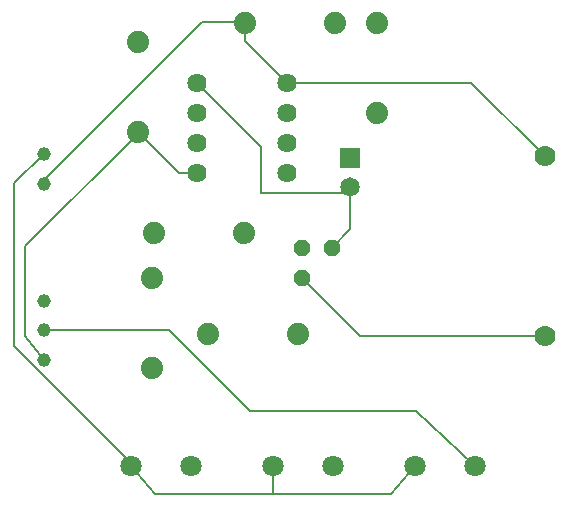
<source format=gbr>
G04 EAGLE Gerber RS-274X export*
G75*
%MOMM*%
%FSLAX34Y34*%
%LPD*%
%INBottom Copper*%
%IPPOS*%
%AMOC8*
5,1,8,0,0,1.08239X$1,22.5*%
G01*
G04 Define Apertures*
%ADD10R,1.651000X1.651000*%
%ADD11C,1.651000*%
%ADD12C,1.625600*%
%ADD13C,1.148000*%
%ADD14P,1.42962X8X202.5*%
%ADD15C,1.879600*%
%ADD16C,1.778000*%
%ADD17C,1.800000*%
%ADD18C,0.152400*%
D10*
X294800Y304600D03*
D11*
X294800Y279600D03*
D12*
X165100Y368300D03*
X165100Y342900D03*
X241300Y342900D03*
X241300Y368300D03*
X165100Y317500D03*
X165100Y292100D03*
X241300Y317500D03*
X241300Y292100D03*
D13*
X36000Y133600D03*
X36000Y158600D03*
X36000Y183600D03*
X36000Y307500D03*
X36000Y282500D03*
D14*
X279400Y228600D03*
X254000Y228600D03*
X254000Y203200D03*
D15*
X205900Y419100D03*
X282100Y419100D03*
X317500Y342900D03*
X317500Y419100D03*
X115700Y402500D03*
X115700Y326300D03*
X127000Y203200D03*
X127000Y127000D03*
X128900Y241300D03*
X205100Y241300D03*
X175100Y155100D03*
X251300Y155100D03*
D16*
X460000Y306000D03*
X460000Y154000D03*
D17*
X110000Y44000D03*
X160800Y44000D03*
X230000Y44000D03*
X280800Y44000D03*
X350000Y44000D03*
X400800Y44000D03*
D18*
X294800Y244000D02*
X294800Y279600D01*
X294800Y244000D02*
X279400Y228600D01*
X220000Y313400D02*
X165100Y368300D01*
X220000Y313400D02*
X220000Y275000D01*
X290200Y275000D01*
X294800Y279600D01*
X110000Y45922D02*
X110000Y44000D01*
X110000Y45922D02*
X10922Y145000D01*
X110000Y44000D02*
X130000Y20000D01*
X230000Y20000D01*
X230000Y44000D01*
X230000Y20000D02*
X330000Y20000D01*
X350000Y44000D01*
X10922Y145000D02*
X10922Y283422D01*
X36000Y307500D01*
X205900Y403700D02*
X205900Y419100D01*
X205900Y403700D02*
X241300Y368300D01*
X397700Y368300D01*
X460000Y306000D01*
X170000Y420000D02*
X36000Y286000D01*
X36000Y282500D01*
X170000Y420000D02*
X205000Y420000D01*
X205900Y419100D01*
X254000Y203200D02*
X303200Y154000D01*
X460000Y154000D01*
X165100Y292100D02*
X157900Y292100D01*
X116000Y326000D02*
X115700Y326300D01*
X116000Y326000D02*
X149900Y292100D01*
X165100Y292100D01*
X20000Y153600D02*
X36000Y133600D01*
X20000Y153600D02*
X20000Y230000D01*
X116000Y326000D01*
X350800Y90000D02*
X400800Y44000D01*
X350800Y90000D02*
X210000Y90000D01*
X141400Y158600D01*
X36000Y158600D01*
M02*

</source>
